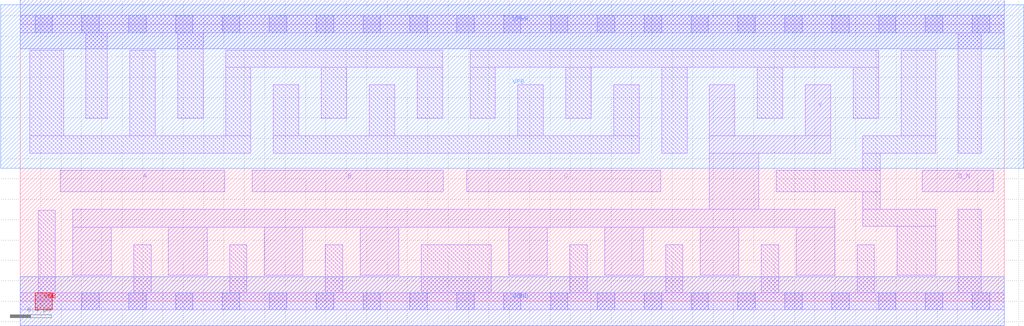
<source format=lef>
# Copyright 2020 The SkyWater PDK Authors
#
# Licensed under the Apache License, Version 2.0 (the "License");
# you may not use this file except in compliance with the License.
# You may obtain a copy of the License at
#
#     https://www.apache.org/licenses/LICENSE-2.0
#
# Unless required by applicable law or agreed to in writing, software
# distributed under the License is distributed on an "AS IS" BASIS,
# WITHOUT WARRANTIES OR CONDITIONS OF ANY KIND, either express or implied.
# See the License for the specific language governing permissions and
# limitations under the License.
#
# SPDX-License-Identifier: Apache-2.0

VERSION 5.7 ;
  NOWIREEXTENSIONATPIN ON ;
  DIVIDERCHAR "/" ;
  BUSBITCHARS "[]" ;
PROPERTYDEFINITIONS
  MACRO maskLayoutSubType STRING ;
  MACRO prCellType STRING ;
  MACRO originalViewName STRING ;
END PROPERTYDEFINITIONS
MACRO sky130_fd_sc_hdll__nor4b_4
  CLASS CORE ;
  FOREIGN sky130_fd_sc_hdll__nor4b_4 ;
  ORIGIN  0.000000  0.000000 ;
  SIZE  9.660000 BY  2.720000 ;
  SYMMETRY X Y R90 ;
  SITE unithd ;
  PIN A
    ANTENNAGATEAREA  1.110000 ;
    DIRECTION INPUT ;
    USE SIGNAL ;
    PORT
      LAYER li1 ;
        RECT 0.395000 1.075000 2.005000 1.285000 ;
    END
  END A
  PIN B
    ANTENNAGATEAREA  1.110000 ;
    DIRECTION INPUT ;
    USE SIGNAL ;
    PORT
      LAYER li1 ;
        RECT 2.275000 1.075000 4.150000 1.285000 ;
    END
  END B
  PIN C
    ANTENNAGATEAREA  1.110000 ;
    DIRECTION INPUT ;
    USE SIGNAL ;
    PORT
      LAYER li1 ;
        RECT 4.385000 1.075000 6.285000 1.285000 ;
    END
  END C
  PIN D_N
    ANTENNAGATEAREA  0.277500 ;
    DIRECTION INPUT ;
    USE SIGNAL ;
    PORT
      LAYER li1 ;
        RECT 8.855000 1.075000 9.550000 1.285000 ;
    END
  END D_N
  PIN VGND
    ANTENNADIFFAREA  2.281500 ;
    DIRECTION INOUT ;
    USE SIGNAL ;
    PORT
      LAYER met1 ;
        RECT 0.000000 -0.240000 9.660000 0.240000 ;
    END
  END VGND
  PIN VNB
    PORT
      LAYER pwell ;
        RECT 0.145000 -0.085000 0.315000 0.085000 ;
    END
  END VNB
  PIN VPB
    PORT
      LAYER nwell ;
        RECT -0.190000 1.305000 9.850000 2.910000 ;
    END
  END VPB
  PIN VPWR
    ANTENNADIFFAREA  0.870000 ;
    DIRECTION INOUT ;
    USE SIGNAL ;
    PORT
      LAYER met1 ;
        RECT 0.000000 2.480000 9.660000 2.960000 ;
    END
  END VPWR
  PIN Y
    ANTENNADIFFAREA  2.341500 ;
    DIRECTION OUTPUT ;
    USE SIGNAL ;
    PORT
      LAYER li1 ;
        RECT 0.515000 0.255000 0.895000 0.725000 ;
        RECT 0.515000 0.725000 7.995000 0.905000 ;
        RECT 1.455000 0.255000 1.835000 0.725000 ;
        RECT 2.395000 0.255000 2.775000 0.725000 ;
        RECT 3.335000 0.255000 3.715000 0.725000 ;
        RECT 4.795000 0.255000 5.175000 0.725000 ;
        RECT 5.735000 0.255000 6.115000 0.725000 ;
        RECT 6.675000 0.255000 7.055000 0.725000 ;
        RECT 6.765000 0.905000 7.250000 1.455000 ;
        RECT 6.765000 1.455000 7.955000 1.625000 ;
        RECT 6.765000 1.625000 7.015000 2.125000 ;
        RECT 7.615000 0.255000 7.995000 0.725000 ;
        RECT 7.705000 1.625000 7.955000 2.125000 ;
    END
  END Y
  OBS
    LAYER li1 ;
      RECT 0.000000 -0.085000 9.660000 0.085000 ;
      RECT 0.000000  2.635000 9.660000 2.805000 ;
      RECT 0.095000  1.455000 2.265000 1.625000 ;
      RECT 0.095000  1.625000 0.425000 2.465000 ;
      RECT 0.175000  0.085000 0.345000 0.895000 ;
      RECT 0.645000  1.795000 0.855000 2.635000 ;
      RECT 1.075000  1.625000 1.325000 2.465000 ;
      RECT 1.115000  0.085000 1.285000 0.555000 ;
      RECT 1.545000  1.795000 1.795000 2.635000 ;
      RECT 2.015000  1.625000 2.265000 2.295000 ;
      RECT 2.015000  2.295000 4.145000 2.465000 ;
      RECT 2.055000  0.085000 2.225000 0.555000 ;
      RECT 2.485000  1.455000 6.075000 1.625000 ;
      RECT 2.485000  1.625000 2.735000 2.125000 ;
      RECT 2.955000  1.795000 3.205000 2.295000 ;
      RECT 2.995000  0.085000 3.165000 0.555000 ;
      RECT 3.425000  1.625000 3.675000 2.125000 ;
      RECT 3.895000  1.795000 4.145000 2.295000 ;
      RECT 3.935000  0.085000 4.625000 0.555000 ;
      RECT 4.415000  1.795000 4.665000 2.295000 ;
      RECT 4.415000  2.295000 8.425000 2.465000 ;
      RECT 4.885000  1.625000 5.135000 2.125000 ;
      RECT 5.355000  1.795000 5.605000 2.295000 ;
      RECT 5.395000  0.085000 5.565000 0.555000 ;
      RECT 5.825000  1.625000 6.075000 2.125000 ;
      RECT 6.295000  1.455000 6.545000 2.295000 ;
      RECT 6.335000  0.085000 6.505000 0.555000 ;
      RECT 7.235000  1.795000 7.485000 2.295000 ;
      RECT 7.275000  0.085000 7.445000 0.555000 ;
      RECT 7.420000  1.075000 8.440000 1.285000 ;
      RECT 8.175000  1.795000 8.425000 2.295000 ;
      RECT 8.215000  0.085000 8.385000 0.555000 ;
      RECT 8.270000  0.735000 8.985000 0.905000 ;
      RECT 8.270000  0.905000 8.440000 1.075000 ;
      RECT 8.270000  1.285000 8.440000 1.455000 ;
      RECT 8.270000  1.455000 8.985000 1.625000 ;
      RECT 8.610000  0.255000 8.985000 0.735000 ;
      RECT 8.650000  1.625000 8.985000 2.465000 ;
      RECT 9.205000  0.085000 9.435000 0.905000 ;
      RECT 9.205000  1.455000 9.435000 2.635000 ;
    LAYER mcon ;
      RECT 0.145000 -0.085000 0.315000 0.085000 ;
      RECT 0.145000  2.635000 0.315000 2.805000 ;
      RECT 0.605000 -0.085000 0.775000 0.085000 ;
      RECT 0.605000  2.635000 0.775000 2.805000 ;
      RECT 1.065000 -0.085000 1.235000 0.085000 ;
      RECT 1.065000  2.635000 1.235000 2.805000 ;
      RECT 1.525000 -0.085000 1.695000 0.085000 ;
      RECT 1.525000  2.635000 1.695000 2.805000 ;
      RECT 1.985000 -0.085000 2.155000 0.085000 ;
      RECT 1.985000  2.635000 2.155000 2.805000 ;
      RECT 2.445000 -0.085000 2.615000 0.085000 ;
      RECT 2.445000  2.635000 2.615000 2.805000 ;
      RECT 2.905000 -0.085000 3.075000 0.085000 ;
      RECT 2.905000  2.635000 3.075000 2.805000 ;
      RECT 3.365000 -0.085000 3.535000 0.085000 ;
      RECT 3.365000  2.635000 3.535000 2.805000 ;
      RECT 3.825000 -0.085000 3.995000 0.085000 ;
      RECT 3.825000  2.635000 3.995000 2.805000 ;
      RECT 4.285000 -0.085000 4.455000 0.085000 ;
      RECT 4.285000  2.635000 4.455000 2.805000 ;
      RECT 4.745000 -0.085000 4.915000 0.085000 ;
      RECT 4.745000  2.635000 4.915000 2.805000 ;
      RECT 5.205000 -0.085000 5.375000 0.085000 ;
      RECT 5.205000  2.635000 5.375000 2.805000 ;
      RECT 5.665000 -0.085000 5.835000 0.085000 ;
      RECT 5.665000  2.635000 5.835000 2.805000 ;
      RECT 6.125000 -0.085000 6.295000 0.085000 ;
      RECT 6.125000  2.635000 6.295000 2.805000 ;
      RECT 6.585000 -0.085000 6.755000 0.085000 ;
      RECT 6.585000  2.635000 6.755000 2.805000 ;
      RECT 7.045000 -0.085000 7.215000 0.085000 ;
      RECT 7.045000  2.635000 7.215000 2.805000 ;
      RECT 7.505000 -0.085000 7.675000 0.085000 ;
      RECT 7.505000  2.635000 7.675000 2.805000 ;
      RECT 7.965000 -0.085000 8.135000 0.085000 ;
      RECT 7.965000  2.635000 8.135000 2.805000 ;
      RECT 8.425000 -0.085000 8.595000 0.085000 ;
      RECT 8.425000  2.635000 8.595000 2.805000 ;
      RECT 8.885000 -0.085000 9.055000 0.085000 ;
      RECT 8.885000  2.635000 9.055000 2.805000 ;
      RECT 9.345000 -0.085000 9.515000 0.085000 ;
      RECT 9.345000  2.635000 9.515000 2.805000 ;
  END
  PROPERTY maskLayoutSubType "abstract" ;
  PROPERTY prCellType "standard" ;
  PROPERTY originalViewName "layout" ;
END sky130_fd_sc_hdll__nor4b_4
END LIBRARY

</source>
